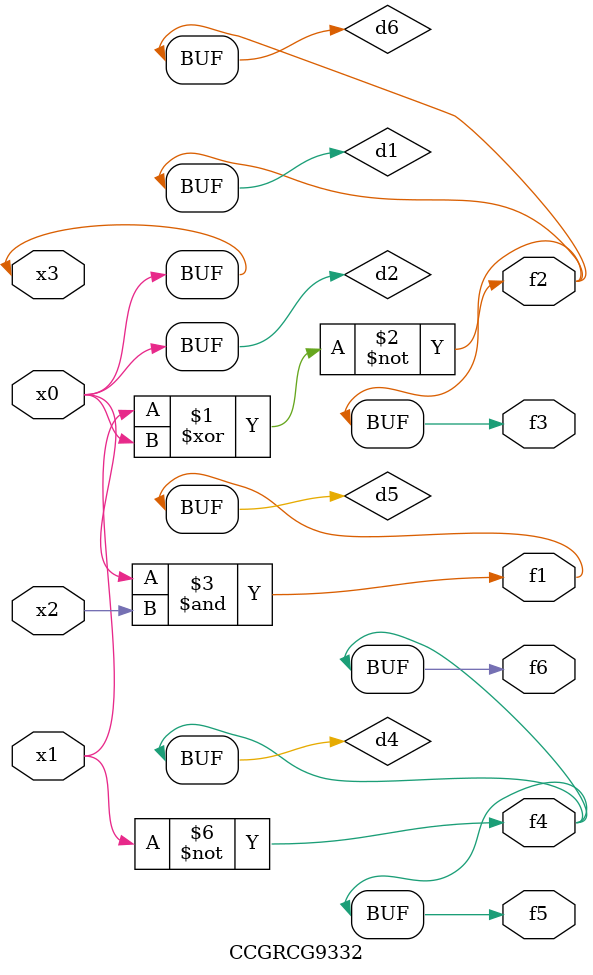
<source format=v>
module CCGRCG9332(
	input x0, x1, x2, x3,
	output f1, f2, f3, f4, f5, f6
);

	wire d1, d2, d3, d4, d5, d6;

	xnor (d1, x1, x3);
	buf (d2, x0, x3);
	nand (d3, x0, x2);
	not (d4, x1);
	nand (d5, d3);
	or (d6, d1);
	assign f1 = d5;
	assign f2 = d6;
	assign f3 = d6;
	assign f4 = d4;
	assign f5 = d4;
	assign f6 = d4;
endmodule

</source>
